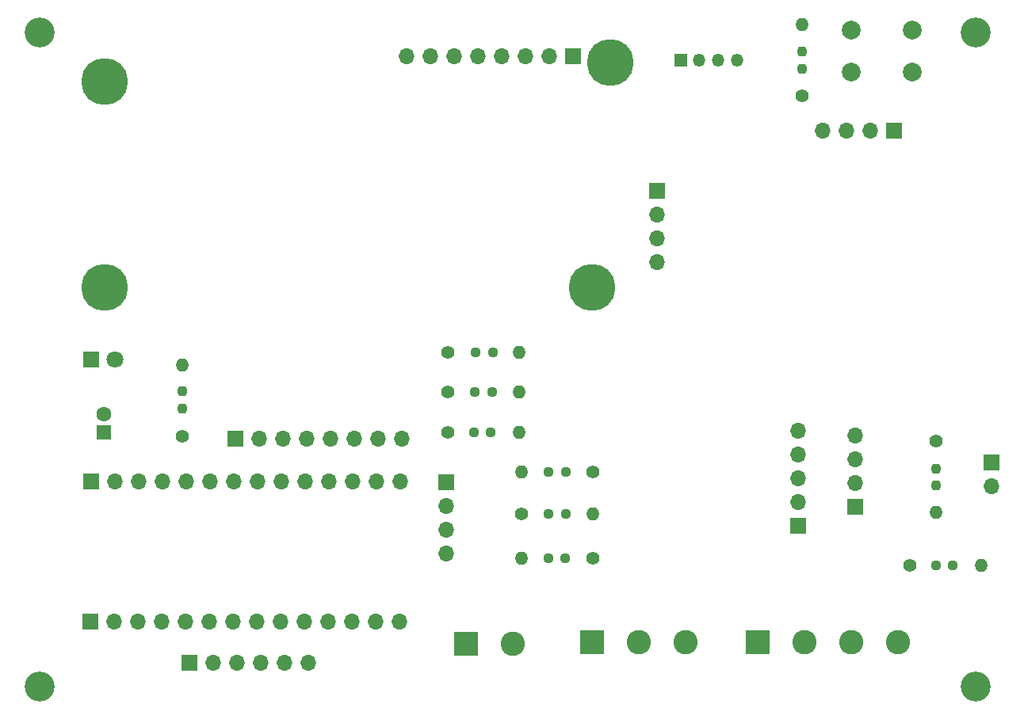
<source format=gbr>
%TF.GenerationSoftware,KiCad,Pcbnew,8.0.6-8.0.6-0~ubuntu24.04.1*%
%TF.CreationDate,2025-03-25T09:16:13-04:00*%
%TF.ProjectId,mesh-depth,6d657368-2d64-4657-9074-682e6b696361,rev?*%
%TF.SameCoordinates,Original*%
%TF.FileFunction,Soldermask,Top*%
%TF.FilePolarity,Negative*%
%FSLAX46Y46*%
G04 Gerber Fmt 4.6, Leading zero omitted, Abs format (unit mm)*
G04 Created by KiCad (PCBNEW 8.0.6-8.0.6-0~ubuntu24.04.1) date 2025-03-25 09:16:13*
%MOMM*%
%LPD*%
G01*
G04 APERTURE LIST*
G04 Aperture macros list*
%AMRoundRect*
0 Rectangle with rounded corners*
0 $1 Rounding radius*
0 $2 $3 $4 $5 $6 $7 $8 $9 X,Y pos of 4 corners*
0 Add a 4 corners polygon primitive as box body*
4,1,4,$2,$3,$4,$5,$6,$7,$8,$9,$2,$3,0*
0 Add four circle primitives for the rounded corners*
1,1,$1+$1,$2,$3*
1,1,$1+$1,$4,$5*
1,1,$1+$1,$6,$7*
1,1,$1+$1,$8,$9*
0 Add four rect primitives between the rounded corners*
20,1,$1+$1,$2,$3,$4,$5,0*
20,1,$1+$1,$4,$5,$6,$7,0*
20,1,$1+$1,$6,$7,$8,$9,0*
20,1,$1+$1,$8,$9,$2,$3,0*%
G04 Aperture macros list end*
%ADD10R,2.600000X2.600000*%
%ADD11C,2.600000*%
%ADD12O,1.350000X1.350000*%
%ADD13R,1.350000X1.350000*%
%ADD14O,1.700000X1.700000*%
%ADD15R,1.700000X1.700000*%
%ADD16C,1.400000*%
%ADD17O,1.400000X1.400000*%
%ADD18R,1.800000X1.800000*%
%ADD19C,1.800000*%
%ADD20C,3.200000*%
%ADD21C,2.000000*%
%ADD22RoundRect,0.237500X0.250000X0.237500X-0.250000X0.237500X-0.250000X-0.237500X0.250000X-0.237500X0*%
%ADD23R,1.600000X1.600000*%
%ADD24C,1.600000*%
%ADD25RoundRect,0.237500X0.237500X-0.250000X0.237500X0.250000X-0.237500X0.250000X-0.237500X-0.250000X0*%
%ADD26RoundRect,0.237500X-0.250000X-0.237500X0.250000X-0.237500X0.250000X0.237500X-0.250000X0.237500X0*%
%ADD27RoundRect,0.237500X-0.237500X0.250000X-0.237500X-0.250000X0.237500X-0.250000X0.237500X0.250000X0*%
%ADD28C,5.000000*%
G04 APERTURE END LIST*
D10*
%TO.C,J2*%
X45600000Y-65400000D03*
D11*
X50600000Y-65400000D03*
%TD*%
D12*
%TO.C,U2*%
X74500000Y-3000000D03*
X72500000Y-3000000D03*
X70500000Y-3000000D03*
D13*
X68500000Y-3000000D03*
%TD*%
D14*
%TO.C,J10*%
X83690000Y-10500000D03*
X86230000Y-10500000D03*
X88770000Y-10500000D03*
D15*
X91310000Y-10500000D03*
%TD*%
%TO.C,U1*%
X81050000Y-52800000D03*
D14*
X81050000Y-50260000D03*
X81050000Y-47720000D03*
X81050000Y-45180000D03*
X81050000Y-42640000D03*
%TD*%
D16*
%TO.C,R19*%
X59120000Y-56250000D03*
D17*
X51500000Y-56250000D03*
%TD*%
D18*
%TO.C,D1*%
X5500000Y-35000000D03*
D19*
X8040000Y-35000000D03*
%TD*%
D16*
%TO.C,R6*%
X51500000Y-51500000D03*
D17*
X59120000Y-51500000D03*
%TD*%
D20*
%TO.C,H4*%
X0Y-70000000D03*
%TD*%
D21*
%TO.C,SW1*%
X86750000Y250000D03*
X93250000Y250000D03*
X86750000Y-4250000D03*
X93250000Y-4250000D03*
%TD*%
D22*
%TO.C,R14*%
X56222500Y-47050000D03*
X54397500Y-47050000D03*
%TD*%
D10*
%TO.C,J1*%
X59000000Y-65250000D03*
D11*
X64000000Y-65250000D03*
X69000000Y-65250000D03*
%TD*%
D23*
%TO.C,C2*%
X6900000Y-42800000D03*
D24*
X6900000Y-40800000D03*
%TD*%
D22*
%TO.C,R20*%
X56182500Y-56250000D03*
X54357500Y-56250000D03*
%TD*%
D20*
%TO.C,H2*%
X100000000Y-70000000D03*
%TD*%
%TO.C,H1*%
X100000000Y0D03*
%TD*%
D17*
%TO.C,R17*%
X100620000Y-57000000D03*
D16*
X93000000Y-57000000D03*
%TD*%
D25*
%TO.C,R3*%
X81500000Y-3912500D03*
X81500000Y-2087500D03*
%TD*%
D16*
%TO.C,R13*%
X59120000Y-47000000D03*
D17*
X51500000Y-47000000D03*
%TD*%
D26*
%TO.C,R18*%
X97575000Y-57000000D03*
X95750000Y-57000000D03*
%TD*%
D15*
%TO.C,J6*%
X101750000Y-45960000D03*
D14*
X101750000Y-48500000D03*
%TD*%
D20*
%TO.C,H3*%
X0Y0D03*
%TD*%
D14*
%TO.C,J3*%
X87110000Y-43130000D03*
X87110000Y-45670000D03*
X87110000Y-48210000D03*
D15*
X87110000Y-50750000D03*
%TD*%
%TO.C,J8*%
X43500000Y-48130000D03*
D14*
X43500000Y-50670000D03*
X43500000Y-53210000D03*
X43500000Y-55750000D03*
%TD*%
D16*
%TO.C,R7*%
X15300000Y-43200000D03*
D17*
X15300000Y-35580000D03*
%TD*%
D27*
%TO.C,R1*%
X95750000Y-46647500D03*
X95750000Y-48472500D03*
%TD*%
D16*
%TO.C,R12*%
X43665000Y-34250000D03*
D17*
X51285000Y-34250000D03*
%TD*%
D26*
%TO.C,R16*%
X46417500Y-42800000D03*
X48242500Y-42800000D03*
%TD*%
D15*
%TO.C,A2*%
X5480000Y-63035000D03*
D14*
X8020000Y-63035000D03*
X10560000Y-63035000D03*
X13100000Y-63035000D03*
X15640000Y-63035000D03*
X18180000Y-63035000D03*
X20720000Y-63035000D03*
X23260000Y-63035000D03*
X25800000Y-63035000D03*
X28340000Y-63035000D03*
X30880000Y-63035000D03*
X33420000Y-63035000D03*
X35960000Y-63035000D03*
X38500000Y-63035000D03*
X38530000Y-48000000D03*
X35990000Y-48000000D03*
X33450000Y-48000000D03*
X30910000Y-48000000D03*
X28370000Y-48000000D03*
X25830000Y-48000000D03*
X23290000Y-48000000D03*
X20750000Y-48000000D03*
X18210000Y-48000000D03*
X15670000Y-48000000D03*
X13130000Y-48000000D03*
X10590000Y-48000000D03*
X8050000Y-48000000D03*
D15*
X5510000Y-48000000D03*
%TD*%
D16*
%TO.C,R2*%
X95750000Y-43750000D03*
D17*
X95750000Y-51370000D03*
%TD*%
D26*
%TO.C,R5*%
X54397500Y-51500000D03*
X56222500Y-51500000D03*
%TD*%
D10*
%TO.C,J7*%
X76750000Y-65250000D03*
D11*
X81750000Y-65250000D03*
X86750000Y-65250000D03*
X91750000Y-65250000D03*
%TD*%
D16*
%TO.C,R9*%
X43640000Y-38500000D03*
D17*
X51260000Y-38500000D03*
%TD*%
D26*
%TO.C,R10*%
X46537500Y-38500000D03*
X48362500Y-38500000D03*
%TD*%
D15*
%TO.C,U3*%
X57000000Y-2550000D03*
D14*
X54460000Y-2550000D03*
X51920000Y-2550000D03*
X49380000Y-2550000D03*
X46840000Y-2550000D03*
X44300000Y-2550000D03*
X41760000Y-2550000D03*
X39220000Y-2550000D03*
D28*
X61000000Y-3250000D03*
X7000000Y-5250000D03*
X59000000Y-27250000D03*
X7000000Y-27250000D03*
%TD*%
D15*
%TO.C,J4*%
X66000000Y-17000000D03*
D14*
X66000000Y-19540000D03*
X66000000Y-22080000D03*
X66000000Y-24620000D03*
%TD*%
D25*
%TO.C,R8*%
X15300000Y-40200000D03*
X15300000Y-38375000D03*
%TD*%
D26*
%TO.C,R11*%
X46597500Y-34250000D03*
X48422500Y-34250000D03*
%TD*%
D16*
%TO.C,R4*%
X81500000Y-6810000D03*
D17*
X81500000Y810000D03*
%TD*%
D15*
%TO.C,J5*%
X16000000Y-67400000D03*
D14*
X18540000Y-67400000D03*
X21080000Y-67400000D03*
X23620000Y-67400000D03*
X26160000Y-67400000D03*
X28700000Y-67400000D03*
%TD*%
D15*
%TO.C,J9*%
X20970000Y-43465000D03*
D14*
X23510000Y-43465000D03*
X26050000Y-43465000D03*
X28590000Y-43465000D03*
X31130000Y-43465000D03*
X33670000Y-43465000D03*
X36210000Y-43465000D03*
X38750000Y-43465000D03*
%TD*%
D16*
%TO.C,R15*%
X43630000Y-42750000D03*
D17*
X51250000Y-42750000D03*
%TD*%
M02*

</source>
